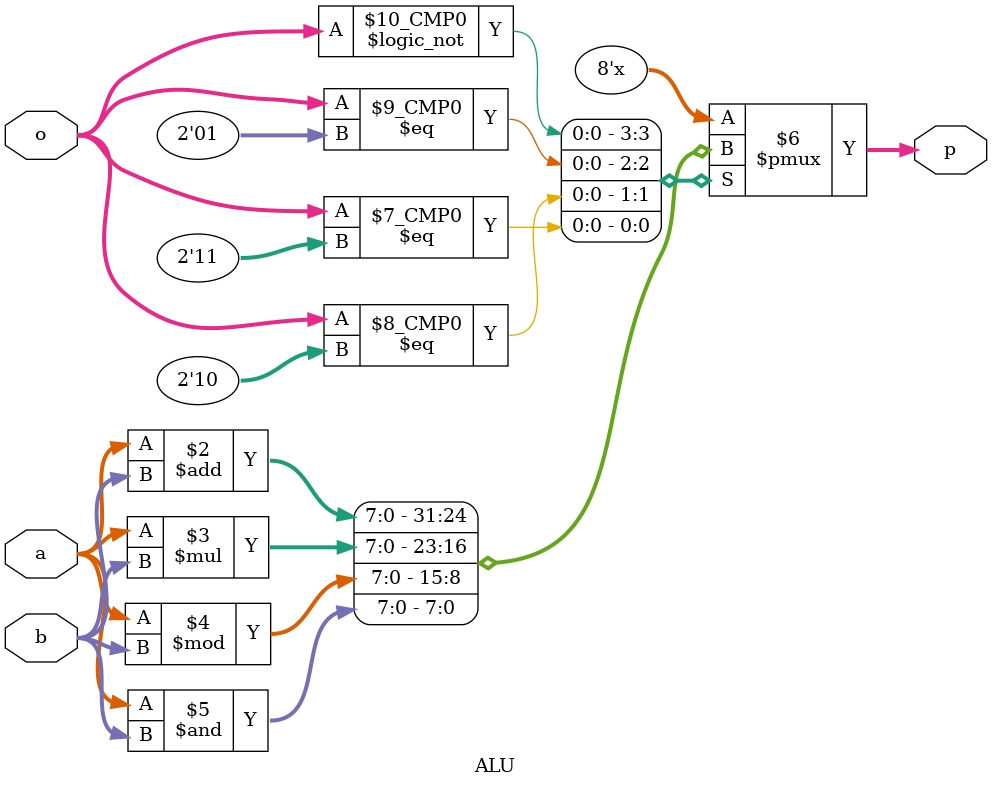
<source format=sv>
module ALU(a,b,o,p);
  input [3:0]a;
  input [3:0]b;
  input [1:0]o;
  output reg [7:0]p;
  
  always @ ( a, b, o)
    begin
      case(o)
        2'b00:
        begin
          p = a + b;
        end
        2'b01:
           p = a * b;
        2'b10:
           p = a % b;
        2'b11:
        	p = a & b;
      endcase
    end
endmodule
</source>
